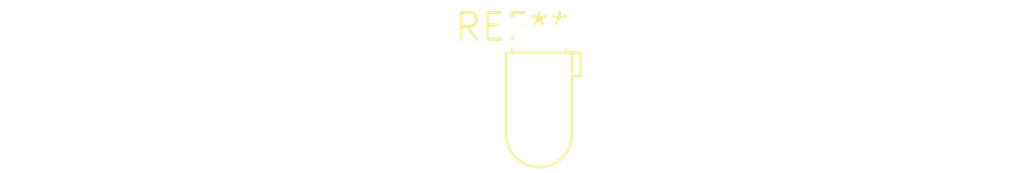
<source format=kicad_pcb>
(kicad_pcb (version 20240108) (generator pcbnew)
  (layers (0 "F.Cu" signal) (31 "B.Cu" signal) (34 "B.Paste" user) (35 "F.Paste" user) (36 "B.SilkS" user "B.Silkscreen") (37 "F.SilkS" user "F.Silkscreen") (38 "B.Mask" user) (39 "F.Mask" user) (44 "Edge.Cuts" user))
  (net 0 "")
  (footprint "LED_D3.0mm_Horizontal_O1.27mm_Z2.0mm_IRGrey" (layer "F.Cu") (at 0 0)
    (property "Reference" "REF**")
    (property "Value" "LED_D3.0mm_Horizontal_O1.27mm_Z2.0mm_IRGrey")
    (fp_line (start -0.29 1.21) (end -0.29 5.07) (layer "F.SilkS") (stroke (width 0.12)))
    (fp_line (start -0.29 1.21) (end 2.83 1.21) (layer "F.SilkS") (stroke (width 0.12)))
    (fp_line (start 0 1.08) (end 0 1.08) (layer "F.SilkS") (stroke (width 0.12)))
    (fp_line (start 0 1.08) (end 0 1.21) (layer "F.SilkS") (stroke (width 0.12)))
    (fp_line (start 0 1.21) (end 0 1.08) (layer "F.SilkS") (stroke (width 0.12)))
    (fp_line (start 0 1.21) (end 0 1.21) (layer "F.SilkS") (stroke (width 0.12)))
    (fp_line (start 2.54 1.08) (end 2.54 1.08) (layer "F.SilkS") (stroke (width 0.12)))
    (fp_line (start 2.54 1.08) (end 2.54 1.21) (layer "F.SilkS") (stroke (width 0.12)))
    (fp_line (start 2.54 1.21) (end 2.54 1.08) (layer "F.SilkS") (stroke (width 0.12)))
    (fp_line (start 2.54 1.21) (end 2.54 1.21) (layer "F.SilkS") (stroke (width 0.12)))
    (fp_line (start 2.83 1.21) (end 2.83 5.07) (layer "F.SilkS") (stroke (width 0.12)))
    (fp_line (start 2.83 1.21) (end 3.23 1.21) (layer "F.SilkS") (stroke (width 0.12)))
    (fp_line (start 2.83 2.33) (end 2.83 1.21) (layer "F.SilkS") (stroke (width 0.12)))
    (fp_line (start 3.23 1.21) (end 3.23 2.33) (layer "F.SilkS") (stroke (width 0.12)))
    (fp_line (start 3.23 2.33) (end 2.83 2.33) (layer "F.SilkS") (stroke (width 0.12)))
    (fp_arc (start 2.83 5.07) (mid 1.27 6.63) (end -0.29 5.07) (layer "F.SilkS") (stroke (width 0.12)))
    (pad "1" thru_hole rect (at 0 0) (size 1.8 1.8) (drill 0.9) (layers *.Cu *.Mask) (remove_unused_layers))
    (pad "2" thru_hole circle (at 2.54 0) (size 1.8 1.8) (drill 0.9) (layers *.Cu *.Mask) (remove_unused_layers))
  )
)
</source>
